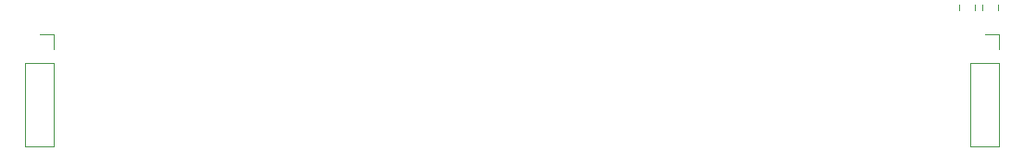
<source format=gbr>
%TF.GenerationSoftware,KiCad,Pcbnew,6.0.9*%
%TF.CreationDate,2023-02-18T01:22:43-08:00*%
%TF.ProjectId,effectpedal,65666665-6374-4706-9564-616c2e6b6963,rev?*%
%TF.SameCoordinates,Original*%
%TF.FileFunction,Legend,Bot*%
%TF.FilePolarity,Positive*%
%FSLAX46Y46*%
G04 Gerber Fmt 4.6, Leading zero omitted, Abs format (unit mm)*
G04 Created by KiCad (PCBNEW 6.0.9) date 2023-02-18 01:22:43*
%MOMM*%
%LPD*%
G01*
G04 APERTURE LIST*
%ADD10C,0.120000*%
G04 APERTURE END LIST*
D10*
%TO.C,J19*%
X64298500Y-172660000D02*
X62968500Y-172660000D01*
X64298500Y-175260000D02*
X64298500Y-182940000D01*
X64298500Y-175260000D02*
X61638500Y-175260000D01*
X64298500Y-173990000D02*
X64298500Y-172660000D01*
X64298500Y-182940000D02*
X61638500Y-182940000D01*
X61638500Y-175260000D02*
X61638500Y-182940000D01*
%TO.C,C17*%
X148412500Y-169918748D02*
X148412500Y-170441252D01*
X146942500Y-169918748D02*
X146942500Y-170441252D01*
%TO.C,J20*%
X150658500Y-173990000D02*
X150658500Y-172660000D01*
X147998500Y-175260000D02*
X147998500Y-182940000D01*
X150658500Y-175260000D02*
X147998500Y-175260000D01*
X150658500Y-172660000D02*
X149328500Y-172660000D01*
X150658500Y-175260000D02*
X150658500Y-182940000D01*
X150658500Y-182940000D02*
X147998500Y-182940000D01*
%TO.C,C18*%
X150571500Y-170441252D02*
X150571500Y-169918748D01*
X149101500Y-170441252D02*
X149101500Y-169918748D01*
%TD*%
M02*

</source>
